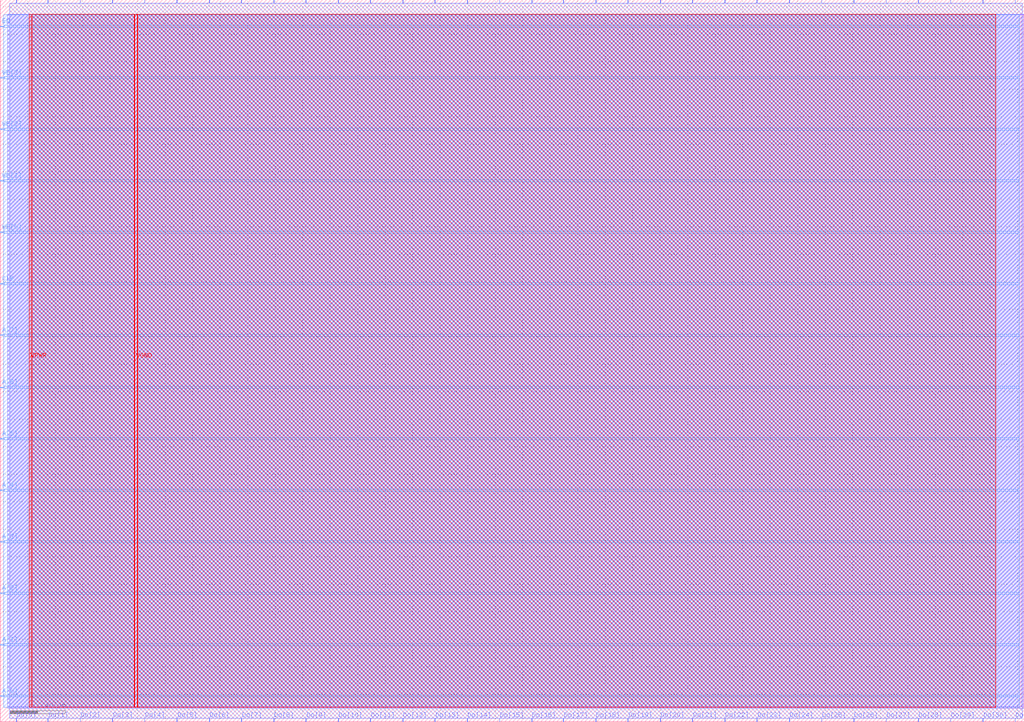
<source format=lef>
VERSION 5.7 ;
  NOWIREEXTENSIONATPIN ON ;
  DIVIDERCHAR "/" ;
  BUSBITCHARS "[]" ;
MACRO DFFRAM
  CLASS BLOCK ;
  FOREIGN DFFRAM ;
  ORIGIN 0.000 0.000 ;
  SIZE 744.580 BY 525.000 ;
  PIN A[0]
    DIRECTION INPUT ;
    PORT
      LAYER met3 ;
        RECT 0.000 18.400 2.400 19.000 ;
    END
  END A[0]
  PIN A[1]
    DIRECTION INPUT ;
    PORT
      LAYER met3 ;
        RECT 0.000 55.800 2.400 56.400 ;
    END
  END A[1]
  PIN A[2]
    DIRECTION INPUT ;
    PORT
      LAYER met3 ;
        RECT 0.000 93.200 2.400 93.800 ;
    END
  END A[2]
  PIN A[3]
    DIRECTION INPUT ;
    PORT
      LAYER met3 ;
        RECT 0.000 130.600 2.400 131.200 ;
    END
  END A[3]
  PIN A[4]
    DIRECTION INPUT ;
    PORT
      LAYER met3 ;
        RECT 0.000 168.000 2.400 168.600 ;
    END
  END A[4]
  PIN A[5]
    DIRECTION INPUT ;
    PORT
      LAYER met3 ;
        RECT 0.000 205.400 2.400 206.000 ;
    END
  END A[5]
  PIN A[6]
    DIRECTION INPUT ;
    PORT
      LAYER met3 ;
        RECT 0.000 242.800 2.400 243.400 ;
    END
  END A[6]
  PIN A[7]
    DIRECTION INPUT ;
    PORT
      LAYER met3 ;
        RECT 0.000 280.880 2.400 281.480 ;
    END
  END A[7]
  PIN CLK
    DIRECTION INPUT ;
    PORT
      LAYER met3 ;
        RECT 0.000 318.280 2.400 318.880 ;
    END
  END CLK
  PIN Di[0]
    DIRECTION INPUT ;
    PORT
      LAYER met2 ;
        RECT 11.590 522.600 11.870 525.000 ;
    END
  END Di[0]
  PIN Di[10]
    DIRECTION INPUT ;
    PORT
      LAYER met2 ;
        RECT 245.730 522.600 246.010 525.000 ;
    END
  END Di[10]
  PIN Di[11]
    DIRECTION INPUT ;
    PORT
      LAYER met2 ;
        RECT 269.190 522.600 269.470 525.000 ;
    END
  END Di[11]
  PIN Di[12]
    DIRECTION INPUT ;
    PORT
      LAYER met2 ;
        RECT 292.650 522.600 292.930 525.000 ;
    END
  END Di[12]
  PIN Di[13]
    DIRECTION INPUT ;
    PORT
      LAYER met2 ;
        RECT 316.110 522.600 316.390 525.000 ;
    END
  END Di[13]
  PIN Di[14]
    DIRECTION INPUT ;
    PORT
      LAYER met2 ;
        RECT 339.570 522.600 339.850 525.000 ;
    END
  END Di[14]
  PIN Di[15]
    DIRECTION INPUT ;
    PORT
      LAYER met2 ;
        RECT 363.030 522.600 363.310 525.000 ;
    END
  END Di[15]
  PIN Di[16]
    DIRECTION INPUT ;
    PORT
      LAYER met2 ;
        RECT 386.490 522.600 386.770 525.000 ;
    END
  END Di[16]
  PIN Di[17]
    DIRECTION INPUT ;
    PORT
      LAYER met2 ;
        RECT 409.490 522.600 409.770 525.000 ;
    END
  END Di[17]
  PIN Di[18]
    DIRECTION INPUT ;
    PORT
      LAYER met2 ;
        RECT 432.950 522.600 433.230 525.000 ;
    END
  END Di[18]
  PIN Di[19]
    DIRECTION INPUT ;
    PORT
      LAYER met2 ;
        RECT 456.410 522.600 456.690 525.000 ;
    END
  END Di[19]
  PIN Di[1]
    DIRECTION INPUT ;
    PORT
      LAYER met2 ;
        RECT 34.590 522.600 34.870 525.000 ;
    END
  END Di[1]
  PIN Di[20]
    DIRECTION INPUT ;
    PORT
      LAYER met2 ;
        RECT 479.870 522.600 480.150 525.000 ;
    END
  END Di[20]
  PIN Di[21]
    DIRECTION INPUT ;
    PORT
      LAYER met2 ;
        RECT 503.330 522.600 503.610 525.000 ;
    END
  END Di[21]
  PIN Di[22]
    DIRECTION INPUT ;
    PORT
      LAYER met2 ;
        RECT 526.790 522.600 527.070 525.000 ;
    END
  END Di[22]
  PIN Di[23]
    DIRECTION INPUT ;
    PORT
      LAYER met2 ;
        RECT 550.250 522.600 550.530 525.000 ;
    END
  END Di[23]
  PIN Di[24]
    DIRECTION INPUT ;
    PORT
      LAYER met2 ;
        RECT 573.710 522.600 573.990 525.000 ;
    END
  END Di[24]
  PIN Di[25]
    DIRECTION INPUT ;
    PORT
      LAYER met2 ;
        RECT 597.170 522.600 597.450 525.000 ;
    END
  END Di[25]
  PIN Di[26]
    DIRECTION INPUT ;
    PORT
      LAYER met2 ;
        RECT 620.630 522.600 620.910 525.000 ;
    END
  END Di[26]
  PIN Di[27]
    DIRECTION INPUT ;
    PORT
      LAYER met2 ;
        RECT 644.090 522.600 644.370 525.000 ;
    END
  END Di[27]
  PIN Di[28]
    DIRECTION INPUT ;
    PORT
      LAYER met2 ;
        RECT 667.550 522.600 667.830 525.000 ;
    END
  END Di[28]
  PIN Di[29]
    DIRECTION INPUT ;
    PORT
      LAYER met2 ;
        RECT 691.010 522.600 691.290 525.000 ;
    END
  END Di[29]
  PIN Di[2]
    DIRECTION INPUT ;
    PORT
      LAYER met2 ;
        RECT 58.050 522.600 58.330 525.000 ;
    END
  END Di[2]
  PIN Di[30]
    DIRECTION INPUT ;
    PORT
      LAYER met2 ;
        RECT 714.470 522.600 714.750 525.000 ;
    END
  END Di[30]
  PIN Di[31]
    DIRECTION INPUT ;
    PORT
      LAYER met2 ;
        RECT 737.930 522.600 738.210 525.000 ;
    END
  END Di[31]
  PIN Di[3]
    DIRECTION INPUT ;
    PORT
      LAYER met2 ;
        RECT 81.510 522.600 81.790 525.000 ;
    END
  END Di[3]
  PIN Di[4]
    DIRECTION INPUT ;
    PORT
      LAYER met2 ;
        RECT 104.970 522.600 105.250 525.000 ;
    END
  END Di[4]
  PIN Di[5]
    DIRECTION INPUT ;
    PORT
      LAYER met2 ;
        RECT 128.430 522.600 128.710 525.000 ;
    END
  END Di[5]
  PIN Di[6]
    DIRECTION INPUT ;
    PORT
      LAYER met2 ;
        RECT 151.890 522.600 152.170 525.000 ;
    END
  END Di[6]
  PIN Di[7]
    DIRECTION INPUT ;
    PORT
      LAYER met2 ;
        RECT 175.350 522.600 175.630 525.000 ;
    END
  END Di[7]
  PIN Di[8]
    DIRECTION INPUT ;
    PORT
      LAYER met2 ;
        RECT 198.810 522.600 199.090 525.000 ;
    END
  END Di[8]
  PIN Di[9]
    DIRECTION INPUT ;
    PORT
      LAYER met2 ;
        RECT 222.270 522.600 222.550 525.000 ;
    END
  END Di[9]
  PIN Do[0]
    DIRECTION OUTPUT TRISTATE ;
    PORT
      LAYER met2 ;
        RECT 11.590 0.000 11.870 2.400 ;
    END
  END Do[0]
  PIN Do[10]
    DIRECTION OUTPUT TRISTATE ;
    PORT
      LAYER met2 ;
        RECT 245.730 0.000 246.010 2.400 ;
    END
  END Do[10]
  PIN Do[11]
    DIRECTION OUTPUT TRISTATE ;
    PORT
      LAYER met2 ;
        RECT 269.190 0.000 269.470 2.400 ;
    END
  END Do[11]
  PIN Do[12]
    DIRECTION OUTPUT TRISTATE ;
    PORT
      LAYER met2 ;
        RECT 292.650 0.000 292.930 2.400 ;
    END
  END Do[12]
  PIN Do[13]
    DIRECTION OUTPUT TRISTATE ;
    PORT
      LAYER met2 ;
        RECT 316.110 0.000 316.390 2.400 ;
    END
  END Do[13]
  PIN Do[14]
    DIRECTION OUTPUT TRISTATE ;
    PORT
      LAYER met2 ;
        RECT 339.570 0.000 339.850 2.400 ;
    END
  END Do[14]
  PIN Do[15]
    DIRECTION OUTPUT TRISTATE ;
    PORT
      LAYER met2 ;
        RECT 363.030 0.000 363.310 2.400 ;
    END
  END Do[15]
  PIN Do[16]
    DIRECTION OUTPUT TRISTATE ;
    PORT
      LAYER met2 ;
        RECT 386.490 0.000 386.770 2.400 ;
    END
  END Do[16]
  PIN Do[17]
    DIRECTION OUTPUT TRISTATE ;
    PORT
      LAYER met2 ;
        RECT 409.490 0.000 409.770 2.400 ;
    END
  END Do[17]
  PIN Do[18]
    DIRECTION OUTPUT TRISTATE ;
    PORT
      LAYER met2 ;
        RECT 432.950 0.000 433.230 2.400 ;
    END
  END Do[18]
  PIN Do[19]
    DIRECTION OUTPUT TRISTATE ;
    PORT
      LAYER met2 ;
        RECT 456.410 0.000 456.690 2.400 ;
    END
  END Do[19]
  PIN Do[1]
    DIRECTION OUTPUT TRISTATE ;
    PORT
      LAYER met2 ;
        RECT 34.590 0.000 34.870 2.400 ;
    END
  END Do[1]
  PIN Do[20]
    DIRECTION OUTPUT TRISTATE ;
    PORT
      LAYER met2 ;
        RECT 479.870 0.000 480.150 2.400 ;
    END
  END Do[20]
  PIN Do[21]
    DIRECTION OUTPUT TRISTATE ;
    PORT
      LAYER met2 ;
        RECT 503.330 0.000 503.610 2.400 ;
    END
  END Do[21]
  PIN Do[22]
    DIRECTION OUTPUT TRISTATE ;
    PORT
      LAYER met2 ;
        RECT 526.790 0.000 527.070 2.400 ;
    END
  END Do[22]
  PIN Do[23]
    DIRECTION OUTPUT TRISTATE ;
    PORT
      LAYER met2 ;
        RECT 550.250 0.000 550.530 2.400 ;
    END
  END Do[23]
  PIN Do[24]
    DIRECTION OUTPUT TRISTATE ;
    PORT
      LAYER met2 ;
        RECT 573.710 0.000 573.990 2.400 ;
    END
  END Do[24]
  PIN Do[25]
    DIRECTION OUTPUT TRISTATE ;
    PORT
      LAYER met2 ;
        RECT 597.170 0.000 597.450 2.400 ;
    END
  END Do[25]
  PIN Do[26]
    DIRECTION OUTPUT TRISTATE ;
    PORT
      LAYER met2 ;
        RECT 620.630 0.000 620.910 2.400 ;
    END
  END Do[26]
  PIN Do[27]
    DIRECTION OUTPUT TRISTATE ;
    PORT
      LAYER met2 ;
        RECT 644.090 0.000 644.370 2.400 ;
    END
  END Do[27]
  PIN Do[28]
    DIRECTION OUTPUT TRISTATE ;
    PORT
      LAYER met2 ;
        RECT 667.550 0.000 667.830 2.400 ;
    END
  END Do[28]
  PIN Do[29]
    DIRECTION OUTPUT TRISTATE ;
    PORT
      LAYER met2 ;
        RECT 691.010 0.000 691.290 2.400 ;
    END
  END Do[29]
  PIN Do[2]
    DIRECTION OUTPUT TRISTATE ;
    PORT
      LAYER met2 ;
        RECT 58.050 0.000 58.330 2.400 ;
    END
  END Do[2]
  PIN Do[30]
    DIRECTION OUTPUT TRISTATE ;
    PORT
      LAYER met2 ;
        RECT 714.470 0.000 714.750 2.400 ;
    END
  END Do[30]
  PIN Do[31]
    DIRECTION OUTPUT TRISTATE ;
    PORT
      LAYER met2 ;
        RECT 737.930 0.000 738.210 2.400 ;
    END
  END Do[31]
  PIN Do[3]
    DIRECTION OUTPUT TRISTATE ;
    PORT
      LAYER met2 ;
        RECT 81.510 0.000 81.790 2.400 ;
    END
  END Do[3]
  PIN Do[4]
    DIRECTION OUTPUT TRISTATE ;
    PORT
      LAYER met2 ;
        RECT 104.970 0.000 105.250 2.400 ;
    END
  END Do[4]
  PIN Do[5]
    DIRECTION OUTPUT TRISTATE ;
    PORT
      LAYER met2 ;
        RECT 128.430 0.000 128.710 2.400 ;
    END
  END Do[5]
  PIN Do[6]
    DIRECTION OUTPUT TRISTATE ;
    PORT
      LAYER met2 ;
        RECT 151.890 0.000 152.170 2.400 ;
    END
  END Do[6]
  PIN Do[7]
    DIRECTION OUTPUT TRISTATE ;
    PORT
      LAYER met2 ;
        RECT 175.350 0.000 175.630 2.400 ;
    END
  END Do[7]
  PIN Do[8]
    DIRECTION OUTPUT TRISTATE ;
    PORT
      LAYER met2 ;
        RECT 198.810 0.000 199.090 2.400 ;
    END
  END Do[8]
  PIN Do[9]
    DIRECTION OUTPUT TRISTATE ;
    PORT
      LAYER met2 ;
        RECT 222.270 0.000 222.550 2.400 ;
    END
  END Do[9]
  PIN EN
    DIRECTION INPUT ;
    PORT
      LAYER met3 ;
        RECT 0.000 505.280 2.400 505.880 ;
    END
  END EN
  PIN WE[0]
    DIRECTION INPUT ;
    PORT
      LAYER met3 ;
        RECT 0.000 355.680 2.400 356.280 ;
    END
  END WE[0]
  PIN WE[1]
    DIRECTION INPUT ;
    PORT
      LAYER met3 ;
        RECT 0.000 393.080 2.400 393.680 ;
    END
  END WE[1]
  PIN WE[2]
    DIRECTION INPUT ;
    PORT
      LAYER met3 ;
        RECT 0.000 430.480 2.400 431.080 ;
    END
  END WE[2]
  PIN WE[3]
    DIRECTION INPUT ;
    PORT
      LAYER met3 ;
        RECT 0.000 467.880 2.400 468.480 ;
    END
  END WE[3]
  PIN VPWR
    DIRECTION INPUT ;
    USE POWER ;
    PORT
      LAYER met4 ;
        RECT 21.040 10.640 22.640 514.320 ;
    END
  END VPWR
  PIN VGND
    DIRECTION INPUT ;
    USE GROUND ;
    PORT
      LAYER met4 ;
        RECT 97.840 10.640 99.440 514.320 ;
    END
  END VGND
  OBS
      LAYER li1 ;
        RECT 5.520 10.795 744.280 514.165 ;
      LAYER met1 ;
        RECT 5.520 9.900 744.580 514.320 ;
      LAYER met2 ;
        RECT 6.990 522.320 11.310 522.600 ;
        RECT 12.150 522.320 34.310 522.600 ;
        RECT 35.150 522.320 57.770 522.600 ;
        RECT 58.610 522.320 81.230 522.600 ;
        RECT 82.070 522.320 104.690 522.600 ;
        RECT 105.530 522.320 128.150 522.600 ;
        RECT 128.990 522.320 151.610 522.600 ;
        RECT 152.450 522.320 175.070 522.600 ;
        RECT 175.910 522.320 198.530 522.600 ;
        RECT 199.370 522.320 221.990 522.600 ;
        RECT 222.830 522.320 245.450 522.600 ;
        RECT 246.290 522.320 268.910 522.600 ;
        RECT 269.750 522.320 292.370 522.600 ;
        RECT 293.210 522.320 315.830 522.600 ;
        RECT 316.670 522.320 339.290 522.600 ;
        RECT 340.130 522.320 362.750 522.600 ;
        RECT 363.590 522.320 386.210 522.600 ;
        RECT 387.050 522.320 409.210 522.600 ;
        RECT 410.050 522.320 432.670 522.600 ;
        RECT 433.510 522.320 456.130 522.600 ;
        RECT 456.970 522.320 479.590 522.600 ;
        RECT 480.430 522.320 503.050 522.600 ;
        RECT 503.890 522.320 526.510 522.600 ;
        RECT 527.350 522.320 549.970 522.600 ;
        RECT 550.810 522.320 573.430 522.600 ;
        RECT 574.270 522.320 596.890 522.600 ;
        RECT 597.730 522.320 620.350 522.600 ;
        RECT 621.190 522.320 643.810 522.600 ;
        RECT 644.650 522.320 667.270 522.600 ;
        RECT 668.110 522.320 690.730 522.600 ;
        RECT 691.570 522.320 714.190 522.600 ;
        RECT 715.030 522.320 737.650 522.600 ;
        RECT 738.490 522.320 743.260 522.600 ;
        RECT 6.990 2.680 743.260 522.320 ;
        RECT 6.990 2.400 11.310 2.680 ;
        RECT 12.150 2.400 34.310 2.680 ;
        RECT 35.150 2.400 57.770 2.680 ;
        RECT 58.610 2.400 81.230 2.680 ;
        RECT 82.070 2.400 104.690 2.680 ;
        RECT 105.530 2.400 128.150 2.680 ;
        RECT 128.990 2.400 151.610 2.680 ;
        RECT 152.450 2.400 175.070 2.680 ;
        RECT 175.910 2.400 198.530 2.680 ;
        RECT 199.370 2.400 221.990 2.680 ;
        RECT 222.830 2.400 245.450 2.680 ;
        RECT 246.290 2.400 268.910 2.680 ;
        RECT 269.750 2.400 292.370 2.680 ;
        RECT 293.210 2.400 315.830 2.680 ;
        RECT 316.670 2.400 339.290 2.680 ;
        RECT 340.130 2.400 362.750 2.680 ;
        RECT 363.590 2.400 386.210 2.680 ;
        RECT 387.050 2.400 409.210 2.680 ;
        RECT 410.050 2.400 432.670 2.680 ;
        RECT 433.510 2.400 456.130 2.680 ;
        RECT 456.970 2.400 479.590 2.680 ;
        RECT 480.430 2.400 503.050 2.680 ;
        RECT 503.890 2.400 526.510 2.680 ;
        RECT 527.350 2.400 549.970 2.680 ;
        RECT 550.810 2.400 573.430 2.680 ;
        RECT 574.270 2.400 596.890 2.680 ;
        RECT 597.730 2.400 620.350 2.680 ;
        RECT 621.190 2.400 643.810 2.680 ;
        RECT 644.650 2.400 667.270 2.680 ;
        RECT 668.110 2.400 690.730 2.680 ;
        RECT 691.570 2.400 714.190 2.680 ;
        RECT 715.030 2.400 737.650 2.680 ;
        RECT 738.490 2.400 743.260 2.680 ;
      LAYER met3 ;
        RECT 2.400 506.280 740.995 514.245 ;
        RECT 2.800 504.880 740.995 506.280 ;
        RECT 2.400 468.880 740.995 504.880 ;
        RECT 2.800 467.480 740.995 468.880 ;
        RECT 2.400 431.480 740.995 467.480 ;
        RECT 2.800 430.080 740.995 431.480 ;
        RECT 2.400 394.080 740.995 430.080 ;
        RECT 2.800 392.680 740.995 394.080 ;
        RECT 2.400 356.680 740.995 392.680 ;
        RECT 2.800 355.280 740.995 356.680 ;
        RECT 2.400 319.280 740.995 355.280 ;
        RECT 2.800 317.880 740.995 319.280 ;
        RECT 2.400 281.880 740.995 317.880 ;
        RECT 2.800 280.480 740.995 281.880 ;
        RECT 2.400 243.800 740.995 280.480 ;
        RECT 2.800 242.400 740.995 243.800 ;
        RECT 2.400 206.400 740.995 242.400 ;
        RECT 2.800 205.000 740.995 206.400 ;
        RECT 2.400 169.000 740.995 205.000 ;
        RECT 2.800 167.600 740.995 169.000 ;
        RECT 2.400 131.600 740.995 167.600 ;
        RECT 2.800 130.200 740.995 131.600 ;
        RECT 2.400 94.200 740.995 130.200 ;
        RECT 2.800 92.800 740.995 94.200 ;
        RECT 2.400 56.800 740.995 92.800 ;
        RECT 2.800 55.400 740.995 56.800 ;
        RECT 2.400 19.400 740.995 55.400 ;
        RECT 2.800 18.000 740.995 19.400 ;
        RECT 2.400 10.715 740.995 18.000 ;
      LAYER met4 ;
        RECT 23.295 10.640 97.440 514.320 ;
        RECT 99.840 10.640 723.745 514.320 ;
  END
END DFFRAM
END LIBRARY


</source>
